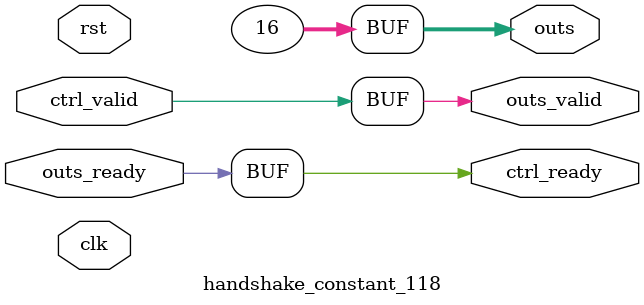
<source format=v>
`timescale 1ns / 1ps
module handshake_constant_118 #(
  parameter DATA_WIDTH = 32  // Default set to 32 bits
) (
  input                       clk,
  input                       rst,
  // Input Channel
  input                       ctrl_valid,
  output                      ctrl_ready,
  // Output Channel
  output [DATA_WIDTH - 1 : 0] outs,
  output                      outs_valid,
  input                       outs_ready
);
  assign outs       = 6'b010000;
  assign outs_valid = ctrl_valid;
  assign ctrl_ready = outs_ready;

endmodule

</source>
